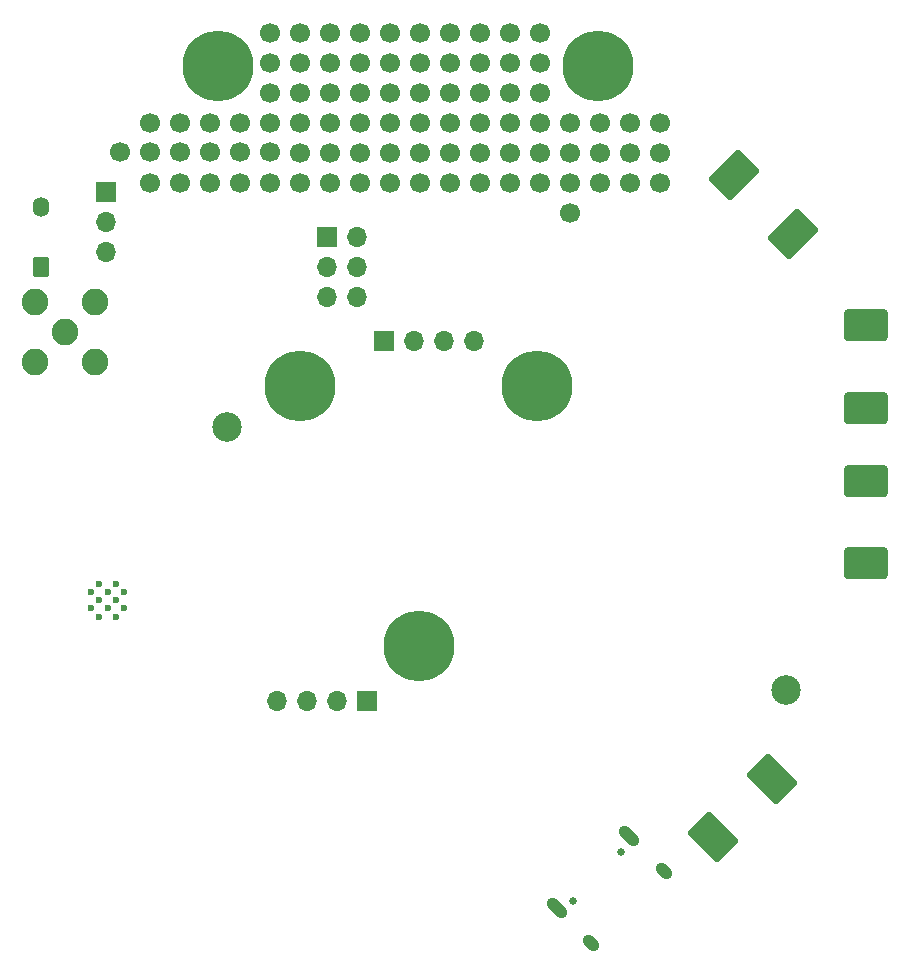
<source format=gbr>
%TF.GenerationSoftware,KiCad,Pcbnew,9.0.0*%
%TF.CreationDate,2025-07-22T11:18:37+01:00*%
%TF.ProjectId,Uncut Gem,556e6375-7420-4476-956d-2e6b69636164,rev?*%
%TF.SameCoordinates,Original*%
%TF.FileFunction,Soldermask,Bot*%
%TF.FilePolarity,Negative*%
%FSLAX46Y46*%
G04 Gerber Fmt 4.6, Leading zero omitted, Abs format (unit mm)*
G04 Created by KiCad (PCBNEW 9.0.0) date 2025-07-22 11:18:37*
%MOMM*%
%LPD*%
G01*
G04 APERTURE LIST*
G04 Aperture macros list*
%AMRoundRect*
0 Rectangle with rounded corners*
0 $1 Rounding radius*
0 $2 $3 $4 $5 $6 $7 $8 $9 X,Y pos of 4 corners*
0 Add a 4 corners polygon primitive as box body*
4,1,4,$2,$3,$4,$5,$6,$7,$8,$9,$2,$3,0*
0 Add four circle primitives for the rounded corners*
1,1,$1+$1,$2,$3*
1,1,$1+$1,$4,$5*
1,1,$1+$1,$6,$7*
1,1,$1+$1,$8,$9*
0 Add four rect primitives between the rounded corners*
20,1,$1+$1,$2,$3,$4,$5,0*
20,1,$1+$1,$4,$5,$6,$7,0*
20,1,$1+$1,$6,$7,$8,$9,0*
20,1,$1+$1,$8,$9,$2,$3,0*%
%AMHorizOval*
0 Thick line with rounded ends*
0 $1 width*
0 $2 $3 position (X,Y) of the first rounded end (center of the circle)*
0 $4 $5 position (X,Y) of the second rounded end (center of the circle)*
0 Add line between two ends*
20,1,$1,$2,$3,$4,$5,0*
0 Add two circle primitives to create the rounded ends*
1,1,$1,$2,$3*
1,1,$1,$4,$5*%
G04 Aperture macros list end*
%ADD10C,1.700000*%
%ADD11R,1.700000X1.700000*%
%ADD12O,1.700000X1.700000*%
%ADD13C,0.650000*%
%ADD14HorizOval,1.000000X-0.388909X0.388909X0.388909X-0.388909X0*%
%ADD15HorizOval,1.000000X-0.212132X0.212132X0.212132X-0.212132X0*%
%ADD16C,0.800000*%
%ADD17C,6.000000*%
%ADD18RoundRect,0.249200X0.450800X-0.600800X0.450800X0.600800X-0.450800X0.600800X-0.450800X-0.600800X0*%
%ADD19O,1.400000X1.700000*%
%ADD20RoundRect,0.250000X-0.362392X-1.893278X1.893278X0.362392X0.362392X1.893278X-1.893278X-0.362392X0*%
%ADD21RoundRect,0.250000X-1.893278X0.362392X0.362392X-1.893278X1.893278X-0.362392X-0.362392X1.893278X0*%
%ADD22RoundRect,0.250000X-1.595000X-1.082500X1.595000X-1.082500X1.595000X1.082500X-1.595000X1.082500X0*%
%ADD23C,2.250000*%
%ADD24C,2.500000*%
%ADD25C,0.600000*%
G04 APERTURE END LIST*
D10*
%TO.C,REF\u002A\u002A74*%
X128940000Y-64330000D03*
%TD*%
%TO.C,REF\u002A\u002A75*%
X131480000Y-64330000D03*
%TD*%
%TO.C,REF\u002A\u002A100*%
X144180000Y-66870000D03*
%TD*%
%TO.C,REF\u002A\u002A88*%
X113700000Y-66870000D03*
%TD*%
%TO.C,REF\u002A\u002A77*%
X136560000Y-64330000D03*
%TD*%
D11*
%TO.C,PD1*%
X99800000Y-72710000D03*
D12*
X99800000Y-75250000D03*
X99800000Y-77790000D03*
%TD*%
D10*
%TO.C,REF\u002A\u002A57*%
X136560000Y-61790000D03*
%TD*%
%TO.C,REF\u002A\u002A87*%
X111160000Y-66870000D03*
%TD*%
%TO.C,REF\u002A\u002A139*%
X141640000Y-71950000D03*
%TD*%
%TO.C,REF\u002A\u002A137*%
X136560000Y-71950000D03*
%TD*%
%TO.C,REF\u002A\u002A131*%
X121320000Y-71950000D03*
%TD*%
%TO.C,REF\u002A\u002A29*%
X116240000Y-59250000D03*
%TD*%
%TO.C,REF\u002A\u002A36*%
X134020000Y-59250000D03*
%TD*%
%TO.C,REF\u002A\u002A85*%
X106080000Y-66870000D03*
%TD*%
%TO.C,REF\u002A\u002A109*%
X116240000Y-69410000D03*
%TD*%
%TO.C,REF\u002A\u002A55*%
X131480000Y-61790000D03*
%TD*%
%TO.C,REF\u002A\u002A136*%
X134020000Y-71950000D03*
%TD*%
D11*
%TO.C,OLED1*%
X123310000Y-85350000D03*
D12*
X125850000Y-85350000D03*
X128390000Y-85350000D03*
X130930000Y-85350000D03*
%TD*%
D10*
%TO.C,REF\u002A\u002A138*%
X139100000Y-71950000D03*
%TD*%
%TO.C,REF\u002A\u002A95*%
X131480000Y-66870000D03*
%TD*%
D11*
%TO.C,5V_SUPP1*%
X118460000Y-76550000D03*
D12*
X121000000Y-76550000D03*
X118460000Y-79090000D03*
X121000000Y-79090000D03*
X118460000Y-81630000D03*
X121000000Y-81630000D03*
%TD*%
D10*
%TO.C,REF\u002A\u002A97*%
X136560000Y-66870000D03*
%TD*%
D13*
%TO.C,P1*%
X139299607Y-132746087D03*
X143386684Y-128659010D03*
D14*
X137934891Y-133403697D03*
D15*
X140890597Y-136359403D03*
D14*
X144044294Y-127294294D03*
D15*
X147000000Y-130250000D03*
%TD*%
D16*
%TO.C,REF\u002A\u002A*%
X139150000Y-62050000D03*
X139809010Y-60459010D03*
X139809010Y-63640990D03*
X141400000Y-59800000D03*
D17*
X141400000Y-62050000D03*
D16*
X141400000Y-64300000D03*
X142990990Y-60459010D03*
X142990990Y-63640990D03*
X143650000Y-62050000D03*
%TD*%
D10*
%TO.C,REF\u002A\u002A134*%
X128940000Y-71950000D03*
%TD*%
%TO.C,REF\u002A\u002A31*%
X121320000Y-59250000D03*
%TD*%
%TO.C,REF\u002A\u002A33*%
X126400000Y-59250000D03*
%TD*%
%TO.C,REF\u002A\u002A99*%
X141640000Y-66870000D03*
%TD*%
%TO.C,REF\u002A\u002A86*%
X111160000Y-69400000D03*
%TD*%
%TO.C,REF\u002A\u002A130*%
X118780000Y-71950000D03*
%TD*%
%TO.C,REF\u002A\u002A84*%
X103540000Y-66870000D03*
%TD*%
%TO.C,REF\u002A\u002A117*%
X136560000Y-69410000D03*
%TD*%
D18*
%TO.C,D4*%
X94250000Y-79090000D03*
D19*
X94250000Y-74010000D03*
%TD*%
D10*
%TO.C,REF\u002A\u002A35*%
X131480000Y-59250000D03*
%TD*%
%TO.C,REF\u002A\u002A93*%
X126400000Y-66870000D03*
%TD*%
%TO.C,*%
X106050000Y-71950000D03*
%TD*%
%TO.C,REF\u002A\u002A34*%
X128940000Y-59250000D03*
%TD*%
%TO.C,REF\u002A\u002A115*%
X131480000Y-69410000D03*
%TD*%
%TO.C,REF\u002A\u002A52*%
X123860000Y-61790000D03*
%TD*%
%TO.C,REF\u002A\u002A119*%
X141640000Y-69410000D03*
%TD*%
D20*
%TO.C,J4*%
X152994796Y-71326922D03*
X157933937Y-76266063D03*
%TD*%
D10*
%TO.C,REF\u002A\u002A71*%
X121320000Y-64330000D03*
%TD*%
%TO.C,REF\u002A\u002A92*%
X123860000Y-66870000D03*
%TD*%
%TO.C,REF\u002A\u002A28*%
X113700000Y-59250000D03*
%TD*%
%TO.C,REF\u002A\u002A112*%
X123860000Y-69410000D03*
%TD*%
%TO.C,REF\u002A\u002A133*%
X126400000Y-71950000D03*
%TD*%
D21*
%TO.C,J1*%
X156133937Y-122433937D03*
X151194796Y-127373078D03*
%TD*%
D10*
%TO.C,REF\u002A\u002A158*%
X139100000Y-74490000D03*
%TD*%
%TO.C,REF\u002A\u002A113*%
X126400000Y-69410000D03*
%TD*%
%TO.C,REF\u002A\u002A90*%
X118780000Y-66870000D03*
%TD*%
%TO.C,REF\u002A\u002A53*%
X126400000Y-61790000D03*
%TD*%
%TO.C,REF\u002A\u002A68*%
X113700000Y-64330000D03*
%TD*%
%TO.C,REF\u002A\u002A30*%
X118780000Y-59250000D03*
%TD*%
%TO.C,REF\u002A\u002A141*%
X146720000Y-71950000D03*
%TD*%
%TO.C,REF\u002A\u002A51*%
X121320000Y-61790000D03*
%TD*%
D16*
%TO.C,REF\u002A\u002A*%
X134050000Y-89150000D03*
X134709010Y-87559010D03*
X134709010Y-90740990D03*
X136300000Y-86900000D03*
D17*
X136300000Y-89150000D03*
D16*
X136300000Y-91400000D03*
X137890990Y-87559010D03*
X137890990Y-90740990D03*
X138550000Y-89150000D03*
%TD*%
D10*
%TO.C,REF\u002A\u002A85*%
X111170000Y-71950000D03*
%TD*%
%TO.C,REF\u002A\u002A69*%
X116240000Y-64330000D03*
%TD*%
%TO.C,*%
X103500000Y-69400000D03*
%TD*%
%TO.C,*%
X100960000Y-69400000D03*
%TD*%
%TO.C,REF\u002A\u002A86*%
X113710000Y-71950000D03*
%TD*%
%TO.C,*%
X103510000Y-71950000D03*
%TD*%
%TO.C,REF\u002A\u002A76*%
X134020000Y-64330000D03*
%TD*%
%TO.C,REF\u002A\u002A101*%
X146720000Y-66870000D03*
%TD*%
%TO.C,REF\u002A\u002A86*%
X108620000Y-66870000D03*
%TD*%
D22*
%TO.C,J3*%
X164135000Y-84015000D03*
X164135000Y-91000000D03*
%TD*%
D10*
%TO.C,REF\u002A\u002A91*%
X121320000Y-66870000D03*
%TD*%
%TO.C,REF\u002A\u002A111*%
X121320000Y-69410000D03*
%TD*%
%TO.C,REF\u002A\u002A118*%
X139100000Y-69410000D03*
%TD*%
%TO.C,REF\u002A\u002A70*%
X118780000Y-64330000D03*
%TD*%
%TO.C,REF\u002A\u002A94*%
X128940000Y-66870000D03*
%TD*%
%TO.C,REF\u002A\u002A37*%
X136560000Y-59250000D03*
%TD*%
%TO.C,REF\u002A\u002A56*%
X134020000Y-61790000D03*
%TD*%
%TO.C,REF\u002A\u002A32*%
X123860000Y-59250000D03*
%TD*%
D23*
%TO.C,J6*%
X96310000Y-84600000D03*
X93770000Y-87140000D03*
X98850000Y-87140000D03*
X93770000Y-82060000D03*
X98850000Y-82060000D03*
%TD*%
D24*
%TO.C,TP1*%
X110050000Y-92600000D03*
%TD*%
D10*
%TO.C,REF\u002A\u002A48*%
X113700000Y-61790000D03*
%TD*%
%TO.C,REF\u002A\u002A49*%
X116240000Y-61790000D03*
%TD*%
D16*
%TO.C,REF\u002A\u002A*%
X107060000Y-62060000D03*
X107719010Y-60469010D03*
X107719010Y-63650990D03*
X109310000Y-59810000D03*
D17*
X109310000Y-62060000D03*
D16*
X109310000Y-64310000D03*
X110900990Y-60469010D03*
X110900990Y-63650990D03*
X111560000Y-62060000D03*
%TD*%
%TO.C,REF\u002A\u002A*%
X114000000Y-89150000D03*
X114659010Y-87559010D03*
X114659010Y-90740990D03*
X116250000Y-86900000D03*
D17*
X116250000Y-89150000D03*
D16*
X116250000Y-91400000D03*
X117840990Y-87559010D03*
X117840990Y-90740990D03*
X118500000Y-89150000D03*
%TD*%
%TO.C,REF\u002A\u002A*%
X124000000Y-111150000D03*
X124659010Y-109559010D03*
X124659010Y-112740990D03*
X126250000Y-108900000D03*
D17*
X126250000Y-111150000D03*
D16*
X126250000Y-113400000D03*
X127840990Y-109559010D03*
X127840990Y-112740990D03*
X128500000Y-111150000D03*
%TD*%
D10*
%TO.C,REF\u002A\u002A72*%
X123860000Y-64330000D03*
%TD*%
%TO.C,REF\u002A\u002A96*%
X134020000Y-66870000D03*
%TD*%
%TO.C,REF\u002A\u002A73*%
X126400000Y-64330000D03*
%TD*%
%TO.C,REF\u002A\u002A132*%
X123860000Y-71950000D03*
%TD*%
%TO.C,REF\u002A\u002A121*%
X146720000Y-69410000D03*
%TD*%
%TO.C,REF\u002A\u002A110*%
X118780000Y-69410000D03*
%TD*%
%TO.C,REF\u002A\u002A140*%
X144180000Y-71950000D03*
%TD*%
%TO.C,REF\u002A\u002A98*%
X139100000Y-66870000D03*
%TD*%
D11*
%TO.C,SPI1*%
X121900000Y-115825000D03*
D12*
X119360000Y-115825000D03*
X116820000Y-115825000D03*
X114280000Y-115825000D03*
%TD*%
D22*
%TO.C,J2*%
X164135000Y-97200000D03*
X164135000Y-104185000D03*
%TD*%
D10*
%TO.C,REF\u002A\u002A84*%
X108630000Y-71950000D03*
%TD*%
%TO.C,REF\u002A\u002A84*%
X106080000Y-69400000D03*
%TD*%
D25*
%TO.C,U7*%
X99220000Y-108700000D03*
X100620000Y-108700000D03*
X98520000Y-108000000D03*
X99920000Y-108000000D03*
X101320000Y-108000000D03*
X99220000Y-107300000D03*
X100620000Y-107300000D03*
X98520000Y-106600000D03*
X99920000Y-106600000D03*
X101320000Y-106600000D03*
X99220000Y-105900000D03*
X100620000Y-105900000D03*
%TD*%
D10*
%TO.C,REF\u002A\u002A135*%
X131480000Y-71950000D03*
%TD*%
%TO.C,REF\u002A\u002A54*%
X128940000Y-61790000D03*
%TD*%
%TO.C,REF\u002A\u002A50*%
X118780000Y-61790000D03*
%TD*%
%TO.C,REF\u002A\u002A87*%
X116250000Y-71950000D03*
%TD*%
D24*
%TO.C,MUX_OUT*%
X157400000Y-114900000D03*
%TD*%
D10*
%TO.C,REF\u002A\u002A85*%
X108620000Y-69400000D03*
%TD*%
%TO.C,REF\u002A\u002A87*%
X113700000Y-69400000D03*
%TD*%
%TO.C,REF\u002A\u002A89*%
X116240000Y-66870000D03*
%TD*%
%TO.C,REF\u002A\u002A116*%
X134020000Y-69410000D03*
%TD*%
%TO.C,REF\u002A\u002A114*%
X128940000Y-69410000D03*
%TD*%
%TO.C,REF\u002A\u002A120*%
X144180000Y-69410000D03*
%TD*%
M02*

</source>
